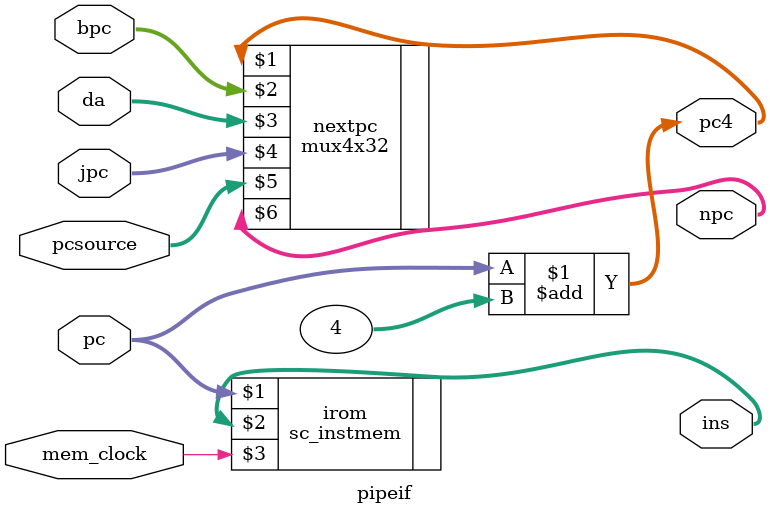
<source format=v>
module pipeif(pcsource, pc, bpc, da, jpc, npc, pc4, ins, mem_clock);
	input [1:0] pcsource;
	input [31:0] pc, bpc, da, jpc;
	output [31:0] npc, pc4, ins;
	input mem_clock;
   
   assign pc4 = pc + 32'h4;
	
   mux4x32 nextpc(pc4,bpc,da,jpc,pcsource,npc);
	sc_instmem irom (pc,ins,mem_clock); 
	
endmodule

</source>
